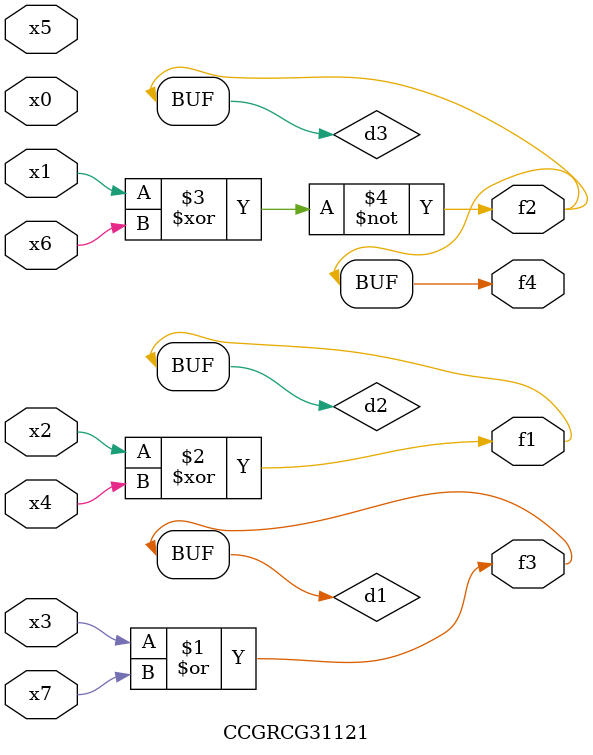
<source format=v>
module CCGRCG31121(
	input x0, x1, x2, x3, x4, x5, x6, x7,
	output f1, f2, f3, f4
);

	wire d1, d2, d3;

	or (d1, x3, x7);
	xor (d2, x2, x4);
	xnor (d3, x1, x6);
	assign f1 = d2;
	assign f2 = d3;
	assign f3 = d1;
	assign f4 = d3;
endmodule

</source>
